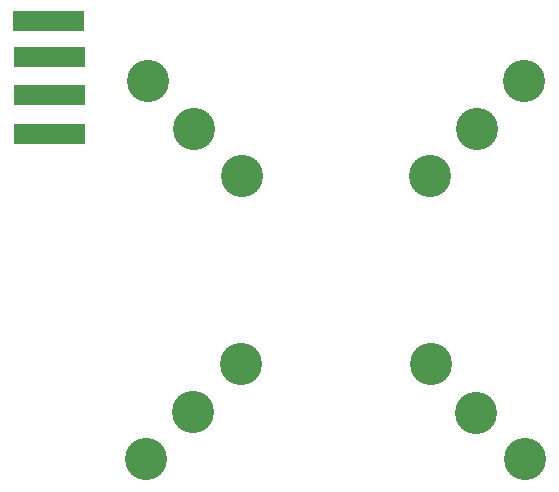
<source format=gbr>
G04 #@! TF.FileFunction,Soldermask,Top*
%FSLAX46Y46*%
G04 Gerber Fmt 4.6, Leading zero omitted, Abs format (unit mm)*
G04 Created by KiCad (PCBNEW 4.0.6) date 05/08/17 07:31:45*
%MOMM*%
%LPD*%
G01*
G04 APERTURE LIST*
%ADD10C,0.100000*%
%ADD11C,2.940000*%
%ADD12C,3.575000*%
%ADD13C,1.500000*%
%ADD14R,1.035000X1.670000*%
G04 APERTURE END LIST*
D10*
D11*
X130325100Y-89676100D03*
D12*
X130325100Y-89676100D03*
D11*
X106321100Y-89671100D03*
D12*
X106321100Y-89671100D03*
D11*
X130194100Y-113720100D03*
D12*
X130194100Y-113720100D03*
D11*
X106259100Y-113600100D03*
D12*
X106259100Y-113600100D03*
D11*
X126306100Y-93598100D03*
D12*
X126306100Y-93598100D03*
D11*
X110398100Y-93610100D03*
D12*
X110398100Y-93610100D03*
D11*
X126394100Y-109592100D03*
D12*
X126394100Y-109592100D03*
D11*
X110263100Y-109590100D03*
D12*
X110263100Y-109590100D03*
D11*
X134288100Y-85603100D03*
D12*
X134288100Y-85603100D03*
D11*
X102400100Y-85602100D03*
D12*
X102400100Y-85602100D03*
D11*
X134339100Y-117585100D03*
D12*
X134339100Y-117585100D03*
D11*
X102272100Y-117610100D03*
D12*
X102272100Y-117610100D03*
D13*
X94338100Y-86737900D03*
D14*
X94719100Y-86737900D03*
X95354100Y-86737900D03*
X94084100Y-86737900D03*
X93449100Y-86737900D03*
X92814100Y-86737900D03*
X95951000Y-86737900D03*
X96547900Y-86737900D03*
X92191800Y-86737900D03*
X91569500Y-86737900D03*
D13*
X94371100Y-90044900D03*
D14*
X94752100Y-90044900D03*
X95387100Y-90044900D03*
X94117100Y-90044900D03*
X93482100Y-90044900D03*
X92847100Y-90044900D03*
X95984000Y-90044900D03*
X96580900Y-90044900D03*
X92224800Y-90044900D03*
X91602500Y-90044900D03*
D13*
X94313100Y-80550900D03*
D14*
X94694100Y-80550900D03*
X95329100Y-80550900D03*
X94059100Y-80550900D03*
X93424100Y-80550900D03*
X92789100Y-80550900D03*
X95926000Y-80550900D03*
X96522900Y-80550900D03*
X92166800Y-80550900D03*
X91544500Y-80550900D03*
D13*
X94363100Y-83584900D03*
D14*
X94744100Y-83584900D03*
X95379100Y-83584900D03*
X94109100Y-83584900D03*
X93474100Y-83584900D03*
X92839100Y-83584900D03*
X95976000Y-83584900D03*
X96572900Y-83584900D03*
X92216800Y-83584900D03*
X91594500Y-83584900D03*
M02*

</source>
